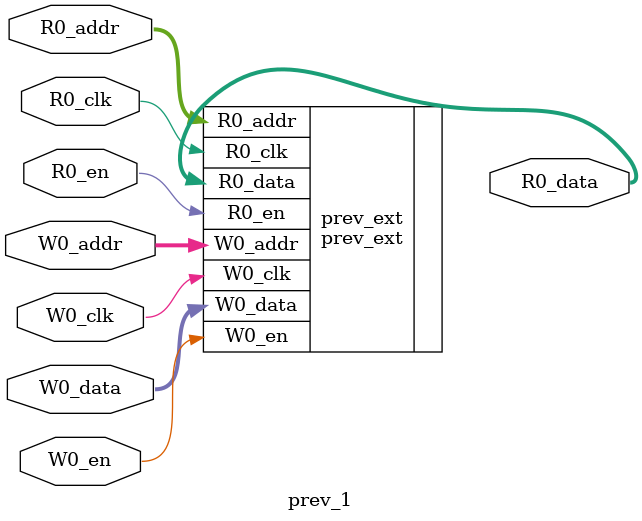
<source format=sv>
`ifndef RANDOMIZE
  `ifdef RANDOMIZE_MEM_INIT
    `define RANDOMIZE
  `endif // RANDOMIZE_MEM_INIT
`endif // not def RANDOMIZE
`ifndef RANDOMIZE
  `ifdef RANDOMIZE_REG_INIT
    `define RANDOMIZE
  `endif // RANDOMIZE_REG_INIT
`endif // not def RANDOMIZE

`ifndef RANDOM
  `define RANDOM $random
`endif // not def RANDOM

// Users can define INIT_RANDOM as general code that gets injected into the
// initializer block for modules with registers.
`ifndef INIT_RANDOM
  `define INIT_RANDOM
`endif // not def INIT_RANDOM

// If using random initialization, you can also define RANDOMIZE_DELAY to
// customize the delay used, otherwise 0.002 is used.
`ifndef RANDOMIZE_DELAY
  `define RANDOMIZE_DELAY 0.002
`endif // not def RANDOMIZE_DELAY

// Define INIT_RANDOM_PROLOG_ for use in our modules below.
`ifndef INIT_RANDOM_PROLOG_
  `ifdef RANDOMIZE
    `ifdef VERILATOR
      `define INIT_RANDOM_PROLOG_ `INIT_RANDOM
    `else  // VERILATOR
      `define INIT_RANDOM_PROLOG_ `INIT_RANDOM #`RANDOMIZE_DELAY begin end
    `endif // VERILATOR
  `else  // RANDOMIZE
    `define INIT_RANDOM_PROLOG_
  `endif // RANDOMIZE
`endif // not def INIT_RANDOM_PROLOG_

// Include register initializers in init blocks unless synthesis is set
`ifndef SYNTHESIS
  `ifndef ENABLE_INITIAL_REG_
    `define ENABLE_INITIAL_REG_
  `endif // not def ENABLE_INITIAL_REG_
`endif // not def SYNTHESIS

// Include rmemory initializers in init blocks unless synthesis is set
`ifndef SYNTHESIS
  `ifndef ENABLE_INITIAL_MEM_
    `define ENABLE_INITIAL_MEM_
  `endif // not def ENABLE_INITIAL_MEM_
`endif // not def SYNTHESIS

// Standard header to adapt well known macros for prints and assertions.

// Users can define 'PRINTF_COND' to add an extra gate to prints.
`ifndef PRINTF_COND_
  `ifdef PRINTF_COND
    `define PRINTF_COND_ (`PRINTF_COND)
  `else  // PRINTF_COND
    `define PRINTF_COND_ 1
  `endif // PRINTF_COND
`endif // not def PRINTF_COND_

// Users can define 'ASSERT_VERBOSE_COND' to add an extra gate to assert error printing.
`ifndef ASSERT_VERBOSE_COND_
  `ifdef ASSERT_VERBOSE_COND
    `define ASSERT_VERBOSE_COND_ (`ASSERT_VERBOSE_COND)
  `else  // ASSERT_VERBOSE_COND
    `define ASSERT_VERBOSE_COND_ 1
  `endif // ASSERT_VERBOSE_COND
`endif // not def ASSERT_VERBOSE_COND_

// Users can define 'STOP_COND' to add an extra gate to stop conditions.
`ifndef STOP_COND_
  `ifdef STOP_COND
    `define STOP_COND_ (`STOP_COND)
  `else  // STOP_COND
    `define STOP_COND_ 1
  `endif // STOP_COND
`endif // not def STOP_COND_

module prev_1(	// ventus/src/cta/resource_table.scala:583:25
  input  [2:0] R0_addr,
  input        R0_en,
               R0_clk,
  output [2:0] R0_data,
  input  [2:0] W0_addr,
  input        W0_en,
               W0_clk,
  input  [2:0] W0_data
);

  prev_ext prev_ext (	// ventus/src/cta/resource_table.scala:583:25
    .R0_addr (R0_addr),
    .R0_en   (R0_en),
    .R0_clk  (R0_clk),
    .R0_data (R0_data),
    .W0_addr (W0_addr),
    .W0_en   (W0_en),
    .W0_clk  (W0_clk),
    .W0_data (W0_data)
  );
endmodule


</source>
